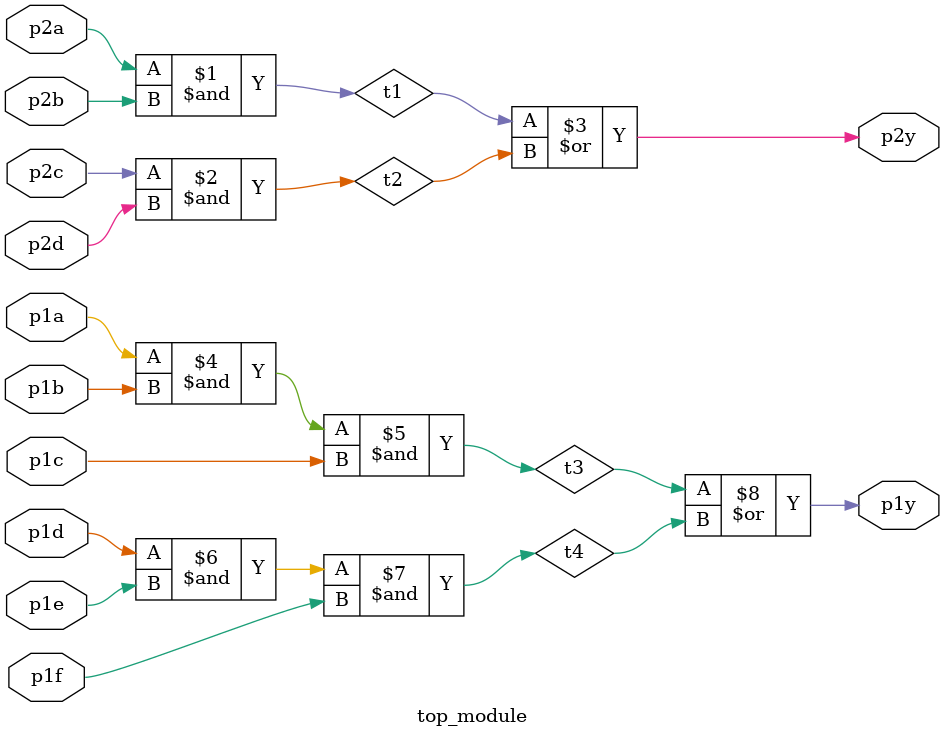
<source format=v>
module top_module ( 
    input p1a, p1b, p1c, p1d, p1e, p1f,
    output p1y,
    input p2a, p2b, p2c, p2d,
    output p2y );
    
    wire t1,t2,t3,t4;
    
    and g1(t1,p2a,p2b);
    and g2(t2,p2c,p2d);
    or  g3(p2y,t1,t2);
    and g4(t3,p1a,p1b,p1c);
    and g5(t4,p1d,p1e,p1f);
    or  g6(p1y,t3,t4);


endmodule

</source>
